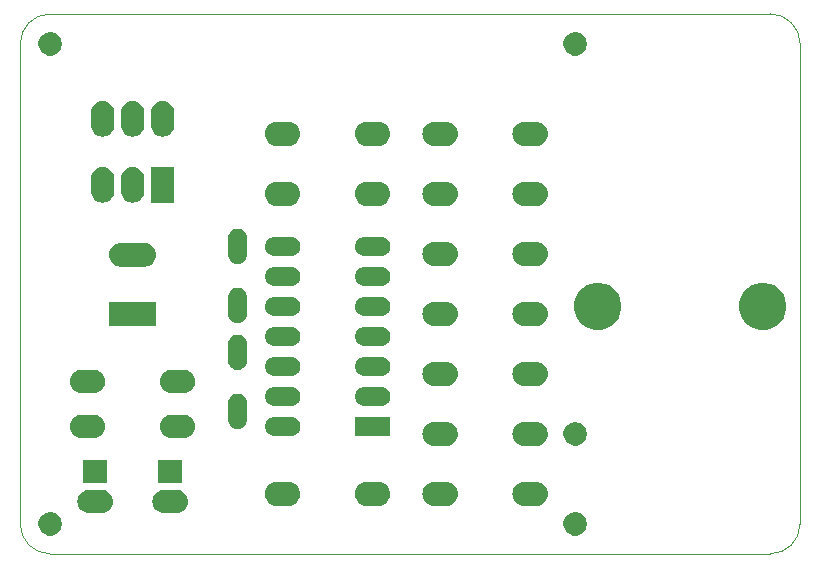
<source format=gbr>
G04 #@! TF.GenerationSoftware,KiCad,Pcbnew,(5.0.2)-1*
G04 #@! TF.CreationDate,2019-04-09T16:24:14-03:00*
G04 #@! TF.ProjectId,ponta-de-prova-logica-simplificada,706f6e74-612d-4646-952d-70726f76612d,03*
G04 #@! TF.SameCoordinates,Original*
G04 #@! TF.FileFunction,Soldermask,Bot*
G04 #@! TF.FilePolarity,Negative*
%FSLAX46Y46*%
G04 Gerber Fmt 4.6, Leading zero omitted, Abs format (unit mm)*
G04 Created by KiCad (PCBNEW (5.0.2)-1) date 09-04-2019 16:24:14*
%MOMM*%
%LPD*%
G01*
G04 APERTURE LIST*
%ADD10C,0.100000*%
G04 APERTURE END LIST*
D10*
X20320000Y-64135000D02*
G75*
G02X17780000Y-61595000I0J2540000D01*
G01*
X83820000Y-61595000D02*
G75*
G02X81280000Y-64135000I-2540000J0D01*
G01*
X81280000Y-18415000D02*
G75*
G02X83820000Y-20955000I0J-2540000D01*
G01*
X17780000Y-20955000D02*
G75*
G02X20320000Y-18415000I2540000J0D01*
G01*
X20320000Y-64135000D02*
X81280000Y-64135000D01*
X17780000Y-20955000D02*
X17780000Y-61595000D01*
X81280000Y-18415000D02*
X20320000Y-18415000D01*
X83820000Y-61595000D02*
X83820000Y-20955000D01*
G36*
X64945770Y-60610372D02*
X65061689Y-60633429D01*
X65243678Y-60708811D01*
X65407463Y-60818249D01*
X65546751Y-60957537D01*
X65656189Y-61121322D01*
X65731571Y-61303311D01*
X65770000Y-61496509D01*
X65770000Y-61693491D01*
X65731571Y-61886689D01*
X65656189Y-62068678D01*
X65546751Y-62232463D01*
X65407463Y-62371751D01*
X65243678Y-62481189D01*
X65061689Y-62556571D01*
X64945770Y-62579628D01*
X64868493Y-62595000D01*
X64671507Y-62595000D01*
X64594230Y-62579628D01*
X64478311Y-62556571D01*
X64296322Y-62481189D01*
X64132537Y-62371751D01*
X63993249Y-62232463D01*
X63883811Y-62068678D01*
X63808429Y-61886689D01*
X63770000Y-61693491D01*
X63770000Y-61496509D01*
X63808429Y-61303311D01*
X63883811Y-61121322D01*
X63993249Y-60957537D01*
X64132537Y-60818249D01*
X64296322Y-60708811D01*
X64478311Y-60633429D01*
X64594230Y-60610372D01*
X64671507Y-60595000D01*
X64868493Y-60595000D01*
X64945770Y-60610372D01*
X64945770Y-60610372D01*
G37*
G36*
X20495770Y-60610372D02*
X20611689Y-60633429D01*
X20793678Y-60708811D01*
X20957463Y-60818249D01*
X21096751Y-60957537D01*
X21206189Y-61121322D01*
X21281571Y-61303311D01*
X21320000Y-61496509D01*
X21320000Y-61693491D01*
X21281571Y-61886689D01*
X21206189Y-62068678D01*
X21096751Y-62232463D01*
X20957463Y-62371751D01*
X20793678Y-62481189D01*
X20611689Y-62556571D01*
X20495770Y-62579628D01*
X20418493Y-62595000D01*
X20221507Y-62595000D01*
X20144230Y-62579628D01*
X20028311Y-62556571D01*
X19846322Y-62481189D01*
X19682537Y-62371751D01*
X19543249Y-62232463D01*
X19433811Y-62068678D01*
X19358429Y-61886689D01*
X19320000Y-61693491D01*
X19320000Y-61496509D01*
X19358429Y-61303311D01*
X19433811Y-61121322D01*
X19543249Y-60957537D01*
X19682537Y-60818249D01*
X19846322Y-60708811D01*
X20028311Y-60633429D01*
X20144230Y-60610372D01*
X20221507Y-60595000D01*
X20418493Y-60595000D01*
X20495770Y-60610372D01*
X20495770Y-60610372D01*
G37*
G36*
X24826030Y-58704469D02*
X24826033Y-58704470D01*
X24826034Y-58704470D01*
X25014535Y-58761651D01*
X25014537Y-58761652D01*
X25188260Y-58854509D01*
X25340528Y-58979472D01*
X25465491Y-59131740D01*
X25465492Y-59131742D01*
X25558349Y-59305465D01*
X25599019Y-59439537D01*
X25615531Y-59493970D01*
X25634838Y-59690000D01*
X25615531Y-59886030D01*
X25615530Y-59886033D01*
X25615530Y-59886034D01*
X25564275Y-60055000D01*
X25558348Y-60074537D01*
X25465491Y-60248260D01*
X25340528Y-60400528D01*
X25188260Y-60525491D01*
X25188258Y-60525492D01*
X25014535Y-60618349D01*
X24826034Y-60675530D01*
X24826033Y-60675530D01*
X24826030Y-60675531D01*
X24679124Y-60690000D01*
X23580876Y-60690000D01*
X23433970Y-60675531D01*
X23433967Y-60675530D01*
X23433966Y-60675530D01*
X23245465Y-60618349D01*
X23071742Y-60525492D01*
X23071740Y-60525491D01*
X22919472Y-60400528D01*
X22794509Y-60248260D01*
X22701652Y-60074537D01*
X22695726Y-60055000D01*
X22644470Y-59886034D01*
X22644470Y-59886033D01*
X22644469Y-59886030D01*
X22625162Y-59690000D01*
X22644469Y-59493970D01*
X22660981Y-59439537D01*
X22701651Y-59305465D01*
X22794508Y-59131742D01*
X22794509Y-59131740D01*
X22919472Y-58979472D01*
X23071740Y-58854509D01*
X23245463Y-58761652D01*
X23245465Y-58761651D01*
X23433966Y-58704470D01*
X23433967Y-58704470D01*
X23433970Y-58704469D01*
X23580876Y-58690000D01*
X24679124Y-58690000D01*
X24826030Y-58704469D01*
X24826030Y-58704469D01*
G37*
G36*
X31176030Y-58704469D02*
X31176033Y-58704470D01*
X31176034Y-58704470D01*
X31364535Y-58761651D01*
X31364537Y-58761652D01*
X31538260Y-58854509D01*
X31690528Y-58979472D01*
X31815491Y-59131740D01*
X31815492Y-59131742D01*
X31908349Y-59305465D01*
X31949019Y-59439537D01*
X31965531Y-59493970D01*
X31984838Y-59690000D01*
X31965531Y-59886030D01*
X31965530Y-59886033D01*
X31965530Y-59886034D01*
X31914275Y-60055000D01*
X31908348Y-60074537D01*
X31815491Y-60248260D01*
X31690528Y-60400528D01*
X31538260Y-60525491D01*
X31538258Y-60525492D01*
X31364535Y-60618349D01*
X31176034Y-60675530D01*
X31176033Y-60675530D01*
X31176030Y-60675531D01*
X31029124Y-60690000D01*
X29930876Y-60690000D01*
X29783970Y-60675531D01*
X29783967Y-60675530D01*
X29783966Y-60675530D01*
X29595465Y-60618349D01*
X29421742Y-60525492D01*
X29421740Y-60525491D01*
X29269472Y-60400528D01*
X29144509Y-60248260D01*
X29051652Y-60074537D01*
X29045726Y-60055000D01*
X28994470Y-59886034D01*
X28994470Y-59886033D01*
X28994469Y-59886030D01*
X28975162Y-59690000D01*
X28994469Y-59493970D01*
X29010981Y-59439537D01*
X29051651Y-59305465D01*
X29144508Y-59131742D01*
X29144509Y-59131740D01*
X29269472Y-58979472D01*
X29421740Y-58854509D01*
X29595463Y-58761652D01*
X29595465Y-58761651D01*
X29783966Y-58704470D01*
X29783967Y-58704470D01*
X29783970Y-58704469D01*
X29930876Y-58690000D01*
X31029124Y-58690000D01*
X31176030Y-58704469D01*
X31176030Y-58704469D01*
G37*
G36*
X54036030Y-58069469D02*
X54036033Y-58069470D01*
X54036034Y-58069470D01*
X54224535Y-58126651D01*
X54224537Y-58126652D01*
X54398260Y-58219509D01*
X54550528Y-58344472D01*
X54675491Y-58496740D01*
X54675492Y-58496742D01*
X54768349Y-58670465D01*
X54824178Y-58854509D01*
X54825531Y-58858970D01*
X54844838Y-59055000D01*
X54825531Y-59251030D01*
X54825530Y-59251033D01*
X54825530Y-59251034D01*
X54809019Y-59305465D01*
X54768348Y-59439537D01*
X54675491Y-59613260D01*
X54550528Y-59765528D01*
X54398260Y-59890491D01*
X54398258Y-59890492D01*
X54224535Y-59983349D01*
X54036034Y-60040530D01*
X54036033Y-60040530D01*
X54036030Y-60040531D01*
X53889124Y-60055000D01*
X52790876Y-60055000D01*
X52643970Y-60040531D01*
X52643967Y-60040530D01*
X52643966Y-60040530D01*
X52455465Y-59983349D01*
X52281742Y-59890492D01*
X52281740Y-59890491D01*
X52129472Y-59765528D01*
X52004509Y-59613260D01*
X51911652Y-59439537D01*
X51870982Y-59305465D01*
X51854470Y-59251034D01*
X51854470Y-59251033D01*
X51854469Y-59251030D01*
X51835162Y-59055000D01*
X51854469Y-58858970D01*
X51855822Y-58854509D01*
X51911651Y-58670465D01*
X52004508Y-58496742D01*
X52004509Y-58496740D01*
X52129472Y-58344472D01*
X52281740Y-58219509D01*
X52455463Y-58126652D01*
X52455465Y-58126651D01*
X52643966Y-58069470D01*
X52643967Y-58069470D01*
X52643970Y-58069469D01*
X52790876Y-58055000D01*
X53889124Y-58055000D01*
X54036030Y-58069469D01*
X54036030Y-58069469D01*
G37*
G36*
X61656030Y-58069469D02*
X61656033Y-58069470D01*
X61656034Y-58069470D01*
X61844535Y-58126651D01*
X61844537Y-58126652D01*
X62018260Y-58219509D01*
X62170528Y-58344472D01*
X62295491Y-58496740D01*
X62295492Y-58496742D01*
X62388349Y-58670465D01*
X62444178Y-58854509D01*
X62445531Y-58858970D01*
X62464838Y-59055000D01*
X62445531Y-59251030D01*
X62445530Y-59251033D01*
X62445530Y-59251034D01*
X62429019Y-59305465D01*
X62388348Y-59439537D01*
X62295491Y-59613260D01*
X62170528Y-59765528D01*
X62018260Y-59890491D01*
X62018258Y-59890492D01*
X61844535Y-59983349D01*
X61656034Y-60040530D01*
X61656033Y-60040530D01*
X61656030Y-60040531D01*
X61509124Y-60055000D01*
X60410876Y-60055000D01*
X60263970Y-60040531D01*
X60263967Y-60040530D01*
X60263966Y-60040530D01*
X60075465Y-59983349D01*
X59901742Y-59890492D01*
X59901740Y-59890491D01*
X59749472Y-59765528D01*
X59624509Y-59613260D01*
X59531652Y-59439537D01*
X59490982Y-59305465D01*
X59474470Y-59251034D01*
X59474470Y-59251033D01*
X59474469Y-59251030D01*
X59455162Y-59055000D01*
X59474469Y-58858970D01*
X59475822Y-58854509D01*
X59531651Y-58670465D01*
X59624508Y-58496742D01*
X59624509Y-58496740D01*
X59749472Y-58344472D01*
X59901740Y-58219509D01*
X60075463Y-58126652D01*
X60075465Y-58126651D01*
X60263966Y-58069470D01*
X60263967Y-58069470D01*
X60263970Y-58069469D01*
X60410876Y-58055000D01*
X61509124Y-58055000D01*
X61656030Y-58069469D01*
X61656030Y-58069469D01*
G37*
G36*
X48321030Y-58069469D02*
X48321033Y-58069470D01*
X48321034Y-58069470D01*
X48509535Y-58126651D01*
X48509537Y-58126652D01*
X48683260Y-58219509D01*
X48835528Y-58344472D01*
X48960491Y-58496740D01*
X48960492Y-58496742D01*
X49053349Y-58670465D01*
X49109178Y-58854509D01*
X49110531Y-58858970D01*
X49129838Y-59055000D01*
X49110531Y-59251030D01*
X49110530Y-59251033D01*
X49110530Y-59251034D01*
X49094019Y-59305465D01*
X49053348Y-59439537D01*
X48960491Y-59613260D01*
X48835528Y-59765528D01*
X48683260Y-59890491D01*
X48683258Y-59890492D01*
X48509535Y-59983349D01*
X48321034Y-60040530D01*
X48321033Y-60040530D01*
X48321030Y-60040531D01*
X48174124Y-60055000D01*
X47075876Y-60055000D01*
X46928970Y-60040531D01*
X46928967Y-60040530D01*
X46928966Y-60040530D01*
X46740465Y-59983349D01*
X46566742Y-59890492D01*
X46566740Y-59890491D01*
X46414472Y-59765528D01*
X46289509Y-59613260D01*
X46196652Y-59439537D01*
X46155982Y-59305465D01*
X46139470Y-59251034D01*
X46139470Y-59251033D01*
X46139469Y-59251030D01*
X46120162Y-59055000D01*
X46139469Y-58858970D01*
X46140822Y-58854509D01*
X46196651Y-58670465D01*
X46289508Y-58496742D01*
X46289509Y-58496740D01*
X46414472Y-58344472D01*
X46566740Y-58219509D01*
X46740463Y-58126652D01*
X46740465Y-58126651D01*
X46928966Y-58069470D01*
X46928967Y-58069470D01*
X46928970Y-58069469D01*
X47075876Y-58055000D01*
X48174124Y-58055000D01*
X48321030Y-58069469D01*
X48321030Y-58069469D01*
G37*
G36*
X40701030Y-58069469D02*
X40701033Y-58069470D01*
X40701034Y-58069470D01*
X40889535Y-58126651D01*
X40889537Y-58126652D01*
X41063260Y-58219509D01*
X41215528Y-58344472D01*
X41340491Y-58496740D01*
X41340492Y-58496742D01*
X41433349Y-58670465D01*
X41489178Y-58854509D01*
X41490531Y-58858970D01*
X41509838Y-59055000D01*
X41490531Y-59251030D01*
X41490530Y-59251033D01*
X41490530Y-59251034D01*
X41474019Y-59305465D01*
X41433348Y-59439537D01*
X41340491Y-59613260D01*
X41215528Y-59765528D01*
X41063260Y-59890491D01*
X41063258Y-59890492D01*
X40889535Y-59983349D01*
X40701034Y-60040530D01*
X40701033Y-60040530D01*
X40701030Y-60040531D01*
X40554124Y-60055000D01*
X39455876Y-60055000D01*
X39308970Y-60040531D01*
X39308967Y-60040530D01*
X39308966Y-60040530D01*
X39120465Y-59983349D01*
X38946742Y-59890492D01*
X38946740Y-59890491D01*
X38794472Y-59765528D01*
X38669509Y-59613260D01*
X38576652Y-59439537D01*
X38535982Y-59305465D01*
X38519470Y-59251034D01*
X38519470Y-59251033D01*
X38519469Y-59251030D01*
X38500162Y-59055000D01*
X38519469Y-58858970D01*
X38520822Y-58854509D01*
X38576651Y-58670465D01*
X38669508Y-58496742D01*
X38669509Y-58496740D01*
X38794472Y-58344472D01*
X38946740Y-58219509D01*
X39120463Y-58126652D01*
X39120465Y-58126651D01*
X39308966Y-58069470D01*
X39308967Y-58069470D01*
X39308970Y-58069469D01*
X39455876Y-58055000D01*
X40554124Y-58055000D01*
X40701030Y-58069469D01*
X40701030Y-58069469D01*
G37*
G36*
X25130000Y-58150000D02*
X23130000Y-58150000D01*
X23130000Y-56150000D01*
X25130000Y-56150000D01*
X25130000Y-58150000D01*
X25130000Y-58150000D01*
G37*
G36*
X31480000Y-58150000D02*
X29480000Y-58150000D01*
X29480000Y-56150000D01*
X31480000Y-56150000D01*
X31480000Y-58150000D01*
X31480000Y-58150000D01*
G37*
G36*
X54036030Y-52989469D02*
X54036033Y-52989470D01*
X54036034Y-52989470D01*
X54224535Y-53046651D01*
X54224537Y-53046652D01*
X54398260Y-53139509D01*
X54550528Y-53264472D01*
X54675491Y-53416740D01*
X54739253Y-53536030D01*
X54768349Y-53590465D01*
X54809019Y-53724537D01*
X54825531Y-53778970D01*
X54844838Y-53975000D01*
X54825531Y-54171030D01*
X54825530Y-54171033D01*
X54825530Y-54171034D01*
X54774275Y-54340000D01*
X54768348Y-54359537D01*
X54675491Y-54533260D01*
X54550528Y-54685528D01*
X54398260Y-54810491D01*
X54398258Y-54810492D01*
X54224535Y-54903349D01*
X54036034Y-54960530D01*
X54036033Y-54960530D01*
X54036030Y-54960531D01*
X53889124Y-54975000D01*
X52790876Y-54975000D01*
X52643970Y-54960531D01*
X52643967Y-54960530D01*
X52643966Y-54960530D01*
X52455465Y-54903349D01*
X52281742Y-54810492D01*
X52281740Y-54810491D01*
X52129472Y-54685528D01*
X52004509Y-54533260D01*
X51911652Y-54359537D01*
X51905726Y-54340000D01*
X51854470Y-54171034D01*
X51854470Y-54171033D01*
X51854469Y-54171030D01*
X51835162Y-53975000D01*
X51854469Y-53778970D01*
X51870981Y-53724537D01*
X51911651Y-53590465D01*
X51940747Y-53536030D01*
X52004509Y-53416740D01*
X52129472Y-53264472D01*
X52281740Y-53139509D01*
X52455463Y-53046652D01*
X52455465Y-53046651D01*
X52643966Y-52989470D01*
X52643967Y-52989470D01*
X52643970Y-52989469D01*
X52790876Y-52975000D01*
X53889124Y-52975000D01*
X54036030Y-52989469D01*
X54036030Y-52989469D01*
G37*
G36*
X61656030Y-52989469D02*
X61656033Y-52989470D01*
X61656034Y-52989470D01*
X61844535Y-53046651D01*
X61844537Y-53046652D01*
X62018260Y-53139509D01*
X62170528Y-53264472D01*
X62295491Y-53416740D01*
X62359253Y-53536030D01*
X62388349Y-53590465D01*
X62429019Y-53724537D01*
X62445531Y-53778970D01*
X62464838Y-53975000D01*
X62445531Y-54171030D01*
X62445530Y-54171033D01*
X62445530Y-54171034D01*
X62394275Y-54340000D01*
X62388348Y-54359537D01*
X62295491Y-54533260D01*
X62170528Y-54685528D01*
X62018260Y-54810491D01*
X62018258Y-54810492D01*
X61844535Y-54903349D01*
X61656034Y-54960530D01*
X61656033Y-54960530D01*
X61656030Y-54960531D01*
X61509124Y-54975000D01*
X60410876Y-54975000D01*
X60263970Y-54960531D01*
X60263967Y-54960530D01*
X60263966Y-54960530D01*
X60075465Y-54903349D01*
X59901742Y-54810492D01*
X59901740Y-54810491D01*
X59749472Y-54685528D01*
X59624509Y-54533260D01*
X59531652Y-54359537D01*
X59525726Y-54340000D01*
X59474470Y-54171034D01*
X59474470Y-54171033D01*
X59474469Y-54171030D01*
X59455162Y-53975000D01*
X59474469Y-53778970D01*
X59490981Y-53724537D01*
X59531651Y-53590465D01*
X59560747Y-53536030D01*
X59624509Y-53416740D01*
X59749472Y-53264472D01*
X59901740Y-53139509D01*
X60075463Y-53046652D01*
X60075465Y-53046651D01*
X60263966Y-52989470D01*
X60263967Y-52989470D01*
X60263970Y-52989469D01*
X60410876Y-52975000D01*
X61509124Y-52975000D01*
X61656030Y-52989469D01*
X61656030Y-52989469D01*
G37*
G36*
X65061538Y-53013919D02*
X65243437Y-53089264D01*
X65407141Y-53198648D01*
X65546352Y-53337859D01*
X65655736Y-53501563D01*
X65731081Y-53683462D01*
X65769490Y-53876557D01*
X65769490Y-54073443D01*
X65731081Y-54266538D01*
X65655736Y-54448437D01*
X65546352Y-54612141D01*
X65407141Y-54751352D01*
X65243437Y-54860736D01*
X65061538Y-54936081D01*
X64868443Y-54974490D01*
X64671557Y-54974490D01*
X64478462Y-54936081D01*
X64296563Y-54860736D01*
X64132859Y-54751352D01*
X63993648Y-54612141D01*
X63884264Y-54448437D01*
X63808919Y-54266538D01*
X63770510Y-54073443D01*
X63770510Y-53876557D01*
X63808919Y-53683462D01*
X63884264Y-53501563D01*
X63993648Y-53337859D01*
X64132859Y-53198648D01*
X64296563Y-53089264D01*
X64478462Y-53013919D01*
X64671557Y-52975510D01*
X64868443Y-52975510D01*
X65061538Y-53013919D01*
X65061538Y-53013919D01*
G37*
G36*
X24191030Y-52354469D02*
X24191033Y-52354470D01*
X24191034Y-52354470D01*
X24379535Y-52411651D01*
X24379537Y-52411652D01*
X24553260Y-52504509D01*
X24705528Y-52629472D01*
X24830491Y-52781740D01*
X24830492Y-52781742D01*
X24923349Y-52955465D01*
X24979178Y-53139509D01*
X24980531Y-53143970D01*
X24999838Y-53340000D01*
X24980531Y-53536030D01*
X24980530Y-53536033D01*
X24980530Y-53536034D01*
X24964019Y-53590465D01*
X24923348Y-53724537D01*
X24830491Y-53898260D01*
X24705528Y-54050528D01*
X24553260Y-54175491D01*
X24379537Y-54268348D01*
X24379535Y-54268349D01*
X24191034Y-54325530D01*
X24191033Y-54325530D01*
X24191030Y-54325531D01*
X24044124Y-54340000D01*
X22945876Y-54340000D01*
X22798970Y-54325531D01*
X22798967Y-54325530D01*
X22798966Y-54325530D01*
X22610465Y-54268349D01*
X22610463Y-54268348D01*
X22436740Y-54175491D01*
X22284472Y-54050528D01*
X22159509Y-53898260D01*
X22066652Y-53724537D01*
X22025982Y-53590465D01*
X22009470Y-53536034D01*
X22009470Y-53536033D01*
X22009469Y-53536030D01*
X21990162Y-53340000D01*
X22009469Y-53143970D01*
X22010822Y-53139509D01*
X22066651Y-52955465D01*
X22159508Y-52781742D01*
X22159509Y-52781740D01*
X22284472Y-52629472D01*
X22436740Y-52504509D01*
X22610463Y-52411652D01*
X22610465Y-52411651D01*
X22798966Y-52354470D01*
X22798967Y-52354470D01*
X22798970Y-52354469D01*
X22945876Y-52340000D01*
X24044124Y-52340000D01*
X24191030Y-52354469D01*
X24191030Y-52354469D01*
G37*
G36*
X31811030Y-52354469D02*
X31811033Y-52354470D01*
X31811034Y-52354470D01*
X31999535Y-52411651D01*
X31999537Y-52411652D01*
X32173260Y-52504509D01*
X32325528Y-52629472D01*
X32450491Y-52781740D01*
X32450492Y-52781742D01*
X32543349Y-52955465D01*
X32599178Y-53139509D01*
X32600531Y-53143970D01*
X32619838Y-53340000D01*
X32600531Y-53536030D01*
X32600530Y-53536033D01*
X32600530Y-53536034D01*
X32584019Y-53590465D01*
X32543348Y-53724537D01*
X32450491Y-53898260D01*
X32325528Y-54050528D01*
X32173260Y-54175491D01*
X31999537Y-54268348D01*
X31999535Y-54268349D01*
X31811034Y-54325530D01*
X31811033Y-54325530D01*
X31811030Y-54325531D01*
X31664124Y-54340000D01*
X30565876Y-54340000D01*
X30418970Y-54325531D01*
X30418967Y-54325530D01*
X30418966Y-54325530D01*
X30230465Y-54268349D01*
X30230463Y-54268348D01*
X30056740Y-54175491D01*
X29904472Y-54050528D01*
X29779509Y-53898260D01*
X29686652Y-53724537D01*
X29645982Y-53590465D01*
X29629470Y-53536034D01*
X29629470Y-53536033D01*
X29629469Y-53536030D01*
X29610162Y-53340000D01*
X29629469Y-53143970D01*
X29630822Y-53139509D01*
X29686651Y-52955465D01*
X29779508Y-52781742D01*
X29779509Y-52781740D01*
X29904472Y-52629472D01*
X30056740Y-52504509D01*
X30230463Y-52411652D01*
X30230465Y-52411651D01*
X30418966Y-52354470D01*
X30418967Y-52354470D01*
X30418970Y-52354469D01*
X30565876Y-52340000D01*
X31664124Y-52340000D01*
X31811030Y-52354469D01*
X31811030Y-52354469D01*
G37*
G36*
X40822649Y-52547717D02*
X40861827Y-52551576D01*
X40937228Y-52574449D01*
X41012629Y-52597321D01*
X41151608Y-52671608D01*
X41273422Y-52771578D01*
X41373392Y-52893392D01*
X41447679Y-53032371D01*
X41493424Y-53183174D01*
X41508870Y-53340000D01*
X41493424Y-53496826D01*
X41447679Y-53647629D01*
X41373392Y-53786608D01*
X41273422Y-53908422D01*
X41151608Y-54008392D01*
X41012629Y-54082679D01*
X40937228Y-54105551D01*
X40861827Y-54128424D01*
X40822649Y-54132283D01*
X40744295Y-54140000D01*
X39265705Y-54140000D01*
X39187351Y-54132283D01*
X39148173Y-54128424D01*
X39072772Y-54105551D01*
X38997371Y-54082679D01*
X38858392Y-54008392D01*
X38736578Y-53908422D01*
X38636608Y-53786608D01*
X38562321Y-53647629D01*
X38516576Y-53496826D01*
X38501130Y-53340000D01*
X38516576Y-53183174D01*
X38562321Y-53032371D01*
X38636608Y-52893392D01*
X38736578Y-52771578D01*
X38858392Y-52671608D01*
X38997371Y-52597321D01*
X39072772Y-52574449D01*
X39148173Y-52551576D01*
X39187351Y-52547717D01*
X39265705Y-52540000D01*
X40744295Y-52540000D01*
X40822649Y-52547717D01*
X40822649Y-52547717D01*
G37*
G36*
X49125000Y-54140000D02*
X46125000Y-54140000D01*
X46125000Y-52540000D01*
X49125000Y-52540000D01*
X49125000Y-54140000D01*
X49125000Y-54140000D01*
G37*
G36*
X36351826Y-50581576D02*
X36427227Y-50604449D01*
X36502628Y-50627321D01*
X36641604Y-50701606D01*
X36641606Y-50701607D01*
X36641605Y-50701607D01*
X36763422Y-50801578D01*
X36763423Y-50801580D01*
X36763425Y-50801581D01*
X36863392Y-50923392D01*
X36937679Y-51062371D01*
X36983424Y-51213174D01*
X36995000Y-51330705D01*
X36995000Y-52809295D01*
X36983424Y-52926826D01*
X36937679Y-53077629D01*
X36863392Y-53216608D01*
X36763422Y-53338422D01*
X36641608Y-53438392D01*
X36502629Y-53512679D01*
X36427227Y-53535552D01*
X36351827Y-53558424D01*
X36195000Y-53573870D01*
X36038174Y-53558424D01*
X35962774Y-53535552D01*
X35887372Y-53512679D01*
X35748393Y-53438392D01*
X35626579Y-53338422D01*
X35526609Y-53216608D01*
X35452322Y-53077629D01*
X35406577Y-52926826D01*
X35395001Y-52809295D01*
X35395000Y-51330706D01*
X35406576Y-51213175D01*
X35406577Y-51213173D01*
X35452321Y-51062373D01*
X35452321Y-51062372D01*
X35526606Y-50923396D01*
X35626576Y-50801581D01*
X35626578Y-50801578D01*
X35626580Y-50801577D01*
X35626581Y-50801575D01*
X35748392Y-50701608D01*
X35887371Y-50627321D01*
X35962772Y-50604449D01*
X36038173Y-50581576D01*
X36195000Y-50566130D01*
X36351826Y-50581576D01*
X36351826Y-50581576D01*
G37*
G36*
X40822649Y-50007717D02*
X40861827Y-50011576D01*
X40937228Y-50034449D01*
X41012629Y-50057321D01*
X41151608Y-50131608D01*
X41273422Y-50231578D01*
X41373392Y-50353392D01*
X41447679Y-50492371D01*
X41493424Y-50643174D01*
X41508870Y-50800000D01*
X41493424Y-50956826D01*
X41447679Y-51107629D01*
X41373392Y-51246608D01*
X41273422Y-51368422D01*
X41151608Y-51468392D01*
X41012629Y-51542679D01*
X40937227Y-51565552D01*
X40861827Y-51588424D01*
X40822649Y-51592283D01*
X40744295Y-51600000D01*
X39265705Y-51600000D01*
X39187351Y-51592283D01*
X39148173Y-51588424D01*
X39072773Y-51565552D01*
X38997371Y-51542679D01*
X38858392Y-51468392D01*
X38736578Y-51368422D01*
X38636608Y-51246608D01*
X38562321Y-51107629D01*
X38516576Y-50956826D01*
X38501130Y-50800000D01*
X38516576Y-50643174D01*
X38562321Y-50492371D01*
X38636608Y-50353392D01*
X38736578Y-50231578D01*
X38858392Y-50131608D01*
X38997371Y-50057321D01*
X39072772Y-50034449D01*
X39148173Y-50011576D01*
X39187351Y-50007717D01*
X39265705Y-50000000D01*
X40744295Y-50000000D01*
X40822649Y-50007717D01*
X40822649Y-50007717D01*
G37*
G36*
X48442649Y-50007717D02*
X48481827Y-50011576D01*
X48557228Y-50034449D01*
X48632629Y-50057321D01*
X48771608Y-50131608D01*
X48893422Y-50231578D01*
X48993392Y-50353392D01*
X49067679Y-50492371D01*
X49113424Y-50643174D01*
X49128870Y-50800000D01*
X49113424Y-50956826D01*
X49067679Y-51107629D01*
X48993392Y-51246608D01*
X48893422Y-51368422D01*
X48771608Y-51468392D01*
X48632629Y-51542679D01*
X48557227Y-51565552D01*
X48481827Y-51588424D01*
X48442649Y-51592283D01*
X48364295Y-51600000D01*
X46885705Y-51600000D01*
X46807351Y-51592283D01*
X46768173Y-51588424D01*
X46692773Y-51565552D01*
X46617371Y-51542679D01*
X46478392Y-51468392D01*
X46356578Y-51368422D01*
X46256608Y-51246608D01*
X46182321Y-51107629D01*
X46136576Y-50956826D01*
X46121130Y-50800000D01*
X46136576Y-50643174D01*
X46182321Y-50492371D01*
X46256608Y-50353392D01*
X46356578Y-50231578D01*
X46478392Y-50131608D01*
X46617371Y-50057321D01*
X46692772Y-50034449D01*
X46768173Y-50011576D01*
X46807351Y-50007717D01*
X46885705Y-50000000D01*
X48364295Y-50000000D01*
X48442649Y-50007717D01*
X48442649Y-50007717D01*
G37*
G36*
X31811030Y-48544469D02*
X31811033Y-48544470D01*
X31811034Y-48544470D01*
X31999535Y-48601651D01*
X31999537Y-48601652D01*
X32173260Y-48694509D01*
X32325528Y-48819472D01*
X32450491Y-48971740D01*
X32497667Y-49060000D01*
X32543349Y-49145465D01*
X32584019Y-49279537D01*
X32600531Y-49333970D01*
X32619838Y-49530000D01*
X32600531Y-49726030D01*
X32600530Y-49726033D01*
X32600530Y-49726034D01*
X32549275Y-49895000D01*
X32543348Y-49914537D01*
X32450491Y-50088260D01*
X32325528Y-50240528D01*
X32173260Y-50365491D01*
X32173258Y-50365492D01*
X31999535Y-50458349D01*
X31811034Y-50515530D01*
X31811033Y-50515530D01*
X31811030Y-50515531D01*
X31664124Y-50530000D01*
X30565876Y-50530000D01*
X30418970Y-50515531D01*
X30418967Y-50515530D01*
X30418966Y-50515530D01*
X30230465Y-50458349D01*
X30056742Y-50365492D01*
X30056740Y-50365491D01*
X29904472Y-50240528D01*
X29779509Y-50088260D01*
X29686652Y-49914537D01*
X29680726Y-49895000D01*
X29629470Y-49726034D01*
X29629470Y-49726033D01*
X29629469Y-49726030D01*
X29610162Y-49530000D01*
X29629469Y-49333970D01*
X29645981Y-49279537D01*
X29686651Y-49145465D01*
X29732333Y-49060000D01*
X29779509Y-48971740D01*
X29904472Y-48819472D01*
X30056740Y-48694509D01*
X30230463Y-48601652D01*
X30230465Y-48601651D01*
X30418966Y-48544470D01*
X30418967Y-48544470D01*
X30418970Y-48544469D01*
X30565876Y-48530000D01*
X31664124Y-48530000D01*
X31811030Y-48544469D01*
X31811030Y-48544469D01*
G37*
G36*
X24191030Y-48544469D02*
X24191033Y-48544470D01*
X24191034Y-48544470D01*
X24379535Y-48601651D01*
X24379537Y-48601652D01*
X24553260Y-48694509D01*
X24705528Y-48819472D01*
X24830491Y-48971740D01*
X24877667Y-49060000D01*
X24923349Y-49145465D01*
X24964019Y-49279537D01*
X24980531Y-49333970D01*
X24999838Y-49530000D01*
X24980531Y-49726030D01*
X24980530Y-49726033D01*
X24980530Y-49726034D01*
X24929275Y-49895000D01*
X24923348Y-49914537D01*
X24830491Y-50088260D01*
X24705528Y-50240528D01*
X24553260Y-50365491D01*
X24553258Y-50365492D01*
X24379535Y-50458349D01*
X24191034Y-50515530D01*
X24191033Y-50515530D01*
X24191030Y-50515531D01*
X24044124Y-50530000D01*
X22945876Y-50530000D01*
X22798970Y-50515531D01*
X22798967Y-50515530D01*
X22798966Y-50515530D01*
X22610465Y-50458349D01*
X22436742Y-50365492D01*
X22436740Y-50365491D01*
X22284472Y-50240528D01*
X22159509Y-50088260D01*
X22066652Y-49914537D01*
X22060726Y-49895000D01*
X22009470Y-49726034D01*
X22009470Y-49726033D01*
X22009469Y-49726030D01*
X21990162Y-49530000D01*
X22009469Y-49333970D01*
X22025981Y-49279537D01*
X22066651Y-49145465D01*
X22112333Y-49060000D01*
X22159509Y-48971740D01*
X22284472Y-48819472D01*
X22436740Y-48694509D01*
X22610463Y-48601652D01*
X22610465Y-48601651D01*
X22798966Y-48544470D01*
X22798967Y-48544470D01*
X22798970Y-48544469D01*
X22945876Y-48530000D01*
X24044124Y-48530000D01*
X24191030Y-48544469D01*
X24191030Y-48544469D01*
G37*
G36*
X61656030Y-47909469D02*
X61656033Y-47909470D01*
X61656034Y-47909470D01*
X61844535Y-47966651D01*
X61844537Y-47966652D01*
X62018260Y-48059509D01*
X62170528Y-48184472D01*
X62295491Y-48336740D01*
X62295492Y-48336742D01*
X62388349Y-48510465D01*
X62444178Y-48694509D01*
X62445531Y-48698970D01*
X62464838Y-48895000D01*
X62445531Y-49091030D01*
X62445530Y-49091033D01*
X62445530Y-49091034D01*
X62429019Y-49145465D01*
X62388348Y-49279537D01*
X62295491Y-49453260D01*
X62170528Y-49605528D01*
X62018260Y-49730491D01*
X62018258Y-49730492D01*
X61844535Y-49823349D01*
X61656034Y-49880530D01*
X61656033Y-49880530D01*
X61656030Y-49880531D01*
X61509124Y-49895000D01*
X60410876Y-49895000D01*
X60263970Y-49880531D01*
X60263967Y-49880530D01*
X60263966Y-49880530D01*
X60075465Y-49823349D01*
X59901742Y-49730492D01*
X59901740Y-49730491D01*
X59749472Y-49605528D01*
X59624509Y-49453260D01*
X59531652Y-49279537D01*
X59490982Y-49145465D01*
X59474470Y-49091034D01*
X59474470Y-49091033D01*
X59474469Y-49091030D01*
X59455162Y-48895000D01*
X59474469Y-48698970D01*
X59475822Y-48694509D01*
X59531651Y-48510465D01*
X59624508Y-48336742D01*
X59624509Y-48336740D01*
X59749472Y-48184472D01*
X59901740Y-48059509D01*
X60075463Y-47966652D01*
X60075465Y-47966651D01*
X60263966Y-47909470D01*
X60263967Y-47909470D01*
X60263970Y-47909469D01*
X60410876Y-47895000D01*
X61509124Y-47895000D01*
X61656030Y-47909469D01*
X61656030Y-47909469D01*
G37*
G36*
X54036030Y-47909469D02*
X54036033Y-47909470D01*
X54036034Y-47909470D01*
X54224535Y-47966651D01*
X54224537Y-47966652D01*
X54398260Y-48059509D01*
X54550528Y-48184472D01*
X54675491Y-48336740D01*
X54675492Y-48336742D01*
X54768349Y-48510465D01*
X54824178Y-48694509D01*
X54825531Y-48698970D01*
X54844838Y-48895000D01*
X54825531Y-49091030D01*
X54825530Y-49091033D01*
X54825530Y-49091034D01*
X54809019Y-49145465D01*
X54768348Y-49279537D01*
X54675491Y-49453260D01*
X54550528Y-49605528D01*
X54398260Y-49730491D01*
X54398258Y-49730492D01*
X54224535Y-49823349D01*
X54036034Y-49880530D01*
X54036033Y-49880530D01*
X54036030Y-49880531D01*
X53889124Y-49895000D01*
X52790876Y-49895000D01*
X52643970Y-49880531D01*
X52643967Y-49880530D01*
X52643966Y-49880530D01*
X52455465Y-49823349D01*
X52281742Y-49730492D01*
X52281740Y-49730491D01*
X52129472Y-49605528D01*
X52004509Y-49453260D01*
X51911652Y-49279537D01*
X51870982Y-49145465D01*
X51854470Y-49091034D01*
X51854470Y-49091033D01*
X51854469Y-49091030D01*
X51835162Y-48895000D01*
X51854469Y-48698970D01*
X51855822Y-48694509D01*
X51911651Y-48510465D01*
X52004508Y-48336742D01*
X52004509Y-48336740D01*
X52129472Y-48184472D01*
X52281740Y-48059509D01*
X52455463Y-47966652D01*
X52455465Y-47966651D01*
X52643966Y-47909470D01*
X52643967Y-47909470D01*
X52643970Y-47909469D01*
X52790876Y-47895000D01*
X53889124Y-47895000D01*
X54036030Y-47909469D01*
X54036030Y-47909469D01*
G37*
G36*
X40822649Y-47467717D02*
X40861827Y-47471576D01*
X40937227Y-47494448D01*
X41012629Y-47517321D01*
X41151608Y-47591608D01*
X41273422Y-47691578D01*
X41373392Y-47813392D01*
X41447679Y-47952371D01*
X41493424Y-48103174D01*
X41508870Y-48260000D01*
X41493424Y-48416826D01*
X41447679Y-48567629D01*
X41373392Y-48706608D01*
X41273422Y-48828422D01*
X41151608Y-48928392D01*
X41012629Y-49002679D01*
X40937227Y-49025552D01*
X40861827Y-49048424D01*
X40822649Y-49052283D01*
X40744295Y-49060000D01*
X39265705Y-49060000D01*
X39187351Y-49052283D01*
X39148173Y-49048424D01*
X39072773Y-49025552D01*
X38997371Y-49002679D01*
X38858392Y-48928392D01*
X38736578Y-48828422D01*
X38636608Y-48706608D01*
X38562321Y-48567629D01*
X38516576Y-48416826D01*
X38501130Y-48260000D01*
X38516576Y-48103174D01*
X38562321Y-47952371D01*
X38636608Y-47813392D01*
X38736578Y-47691578D01*
X38858392Y-47591608D01*
X38997371Y-47517321D01*
X39072773Y-47494448D01*
X39148173Y-47471576D01*
X39187351Y-47467717D01*
X39265705Y-47460000D01*
X40744295Y-47460000D01*
X40822649Y-47467717D01*
X40822649Y-47467717D01*
G37*
G36*
X48442649Y-47467717D02*
X48481827Y-47471576D01*
X48557227Y-47494448D01*
X48632629Y-47517321D01*
X48771608Y-47591608D01*
X48893422Y-47691578D01*
X48993392Y-47813392D01*
X49067679Y-47952371D01*
X49113424Y-48103174D01*
X49128870Y-48260000D01*
X49113424Y-48416826D01*
X49067679Y-48567629D01*
X48993392Y-48706608D01*
X48893422Y-48828422D01*
X48771608Y-48928392D01*
X48632629Y-49002679D01*
X48557227Y-49025552D01*
X48481827Y-49048424D01*
X48442649Y-49052283D01*
X48364295Y-49060000D01*
X46885705Y-49060000D01*
X46807351Y-49052283D01*
X46768173Y-49048424D01*
X46692773Y-49025552D01*
X46617371Y-49002679D01*
X46478392Y-48928392D01*
X46356578Y-48828422D01*
X46256608Y-48706608D01*
X46182321Y-48567629D01*
X46136576Y-48416826D01*
X46121130Y-48260000D01*
X46136576Y-48103174D01*
X46182321Y-47952371D01*
X46256608Y-47813392D01*
X46356578Y-47691578D01*
X46478392Y-47591608D01*
X46617371Y-47517321D01*
X46692773Y-47494448D01*
X46768173Y-47471576D01*
X46807351Y-47467717D01*
X46885705Y-47460000D01*
X48364295Y-47460000D01*
X48442649Y-47467717D01*
X48442649Y-47467717D01*
G37*
G36*
X36351826Y-45581576D02*
X36427226Y-45604448D01*
X36502628Y-45627321D01*
X36641604Y-45701606D01*
X36641606Y-45701607D01*
X36641605Y-45701607D01*
X36763422Y-45801578D01*
X36763423Y-45801580D01*
X36763425Y-45801581D01*
X36863392Y-45923392D01*
X36937679Y-46062371D01*
X36960551Y-46137772D01*
X36983424Y-46213173D01*
X36995000Y-46330707D01*
X36995000Y-47809293D01*
X36983424Y-47926827D01*
X36971343Y-47966652D01*
X36937679Y-48077629D01*
X36863392Y-48216608D01*
X36763422Y-48338422D01*
X36641608Y-48438392D01*
X36502629Y-48512679D01*
X36427228Y-48535551D01*
X36351827Y-48558424D01*
X36195000Y-48573870D01*
X36038174Y-48558424D01*
X35962773Y-48535551D01*
X35887372Y-48512679D01*
X35748393Y-48438392D01*
X35626579Y-48338422D01*
X35526609Y-48216608D01*
X35452322Y-48077629D01*
X35418658Y-47966652D01*
X35406577Y-47926827D01*
X35395001Y-47809293D01*
X35395000Y-46330708D01*
X35406576Y-46213174D01*
X35452321Y-46062373D01*
X35452321Y-46062372D01*
X35526606Y-45923396D01*
X35626576Y-45801581D01*
X35626578Y-45801578D01*
X35626580Y-45801577D01*
X35626581Y-45801575D01*
X35748392Y-45701608D01*
X35887371Y-45627321D01*
X35962773Y-45604448D01*
X36038173Y-45581576D01*
X36195000Y-45566130D01*
X36351826Y-45581576D01*
X36351826Y-45581576D01*
G37*
G36*
X40822649Y-44927717D02*
X40861827Y-44931576D01*
X40930399Y-44952377D01*
X41012629Y-44977321D01*
X41151608Y-45051608D01*
X41273422Y-45151578D01*
X41373392Y-45273392D01*
X41447679Y-45412371D01*
X41447679Y-45412372D01*
X41493424Y-45563173D01*
X41499742Y-45627321D01*
X41508870Y-45720000D01*
X41493424Y-45876826D01*
X41447679Y-46027629D01*
X41373392Y-46166608D01*
X41273422Y-46288422D01*
X41151608Y-46388392D01*
X41012629Y-46462679D01*
X40937228Y-46485551D01*
X40861827Y-46508424D01*
X40822649Y-46512283D01*
X40744295Y-46520000D01*
X39265705Y-46520000D01*
X39187351Y-46512283D01*
X39148173Y-46508424D01*
X39072772Y-46485551D01*
X38997371Y-46462679D01*
X38858392Y-46388392D01*
X38736578Y-46288422D01*
X38636608Y-46166608D01*
X38562321Y-46027629D01*
X38516576Y-45876826D01*
X38501130Y-45720000D01*
X38510258Y-45627321D01*
X38516576Y-45563173D01*
X38562321Y-45412372D01*
X38562321Y-45412371D01*
X38636608Y-45273392D01*
X38736578Y-45151578D01*
X38858392Y-45051608D01*
X38997371Y-44977321D01*
X39079601Y-44952377D01*
X39148173Y-44931576D01*
X39187351Y-44927717D01*
X39265705Y-44920000D01*
X40744295Y-44920000D01*
X40822649Y-44927717D01*
X40822649Y-44927717D01*
G37*
G36*
X48442649Y-44927717D02*
X48481827Y-44931576D01*
X48550399Y-44952377D01*
X48632629Y-44977321D01*
X48771608Y-45051608D01*
X48893422Y-45151578D01*
X48993392Y-45273392D01*
X49067679Y-45412371D01*
X49067679Y-45412372D01*
X49113424Y-45563173D01*
X49119742Y-45627321D01*
X49128870Y-45720000D01*
X49113424Y-45876826D01*
X49067679Y-46027629D01*
X48993392Y-46166608D01*
X48893422Y-46288422D01*
X48771608Y-46388392D01*
X48632629Y-46462679D01*
X48557228Y-46485551D01*
X48481827Y-46508424D01*
X48442649Y-46512283D01*
X48364295Y-46520000D01*
X46885705Y-46520000D01*
X46807351Y-46512283D01*
X46768173Y-46508424D01*
X46692772Y-46485551D01*
X46617371Y-46462679D01*
X46478392Y-46388392D01*
X46356578Y-46288422D01*
X46256608Y-46166608D01*
X46182321Y-46027629D01*
X46136576Y-45876826D01*
X46121130Y-45720000D01*
X46130258Y-45627321D01*
X46136576Y-45563173D01*
X46182321Y-45412372D01*
X46182321Y-45412371D01*
X46256608Y-45273392D01*
X46356578Y-45151578D01*
X46478392Y-45051608D01*
X46617371Y-44977321D01*
X46699601Y-44952377D01*
X46768173Y-44931576D01*
X46807351Y-44927717D01*
X46885705Y-44920000D01*
X48364295Y-44920000D01*
X48442649Y-44927717D01*
X48442649Y-44927717D01*
G37*
G36*
X67258378Y-41256859D02*
X67622354Y-41407622D01*
X67949929Y-41626501D01*
X68228499Y-41905071D01*
X68447378Y-42232646D01*
X68598141Y-42596622D01*
X68675000Y-42983016D01*
X68675000Y-43376984D01*
X68598141Y-43763378D01*
X68447378Y-44127354D01*
X68228499Y-44454929D01*
X67949929Y-44733499D01*
X67622354Y-44952378D01*
X67258378Y-45103141D01*
X66871984Y-45180000D01*
X66478016Y-45180000D01*
X66091622Y-45103141D01*
X65727646Y-44952378D01*
X65400071Y-44733499D01*
X65121501Y-44454929D01*
X64902622Y-44127354D01*
X64751859Y-43763378D01*
X64675000Y-43376984D01*
X64675000Y-42983016D01*
X64751859Y-42596622D01*
X64902622Y-42232646D01*
X65121501Y-41905071D01*
X65400071Y-41626501D01*
X65727646Y-41407622D01*
X66091622Y-41256859D01*
X66478016Y-41180000D01*
X66871984Y-41180000D01*
X67258378Y-41256859D01*
X67258378Y-41256859D01*
G37*
G36*
X81228378Y-41256859D02*
X81592354Y-41407622D01*
X81919929Y-41626501D01*
X82198499Y-41905071D01*
X82417378Y-42232646D01*
X82568141Y-42596622D01*
X82645000Y-42983016D01*
X82645000Y-43376984D01*
X82568141Y-43763378D01*
X82417378Y-44127354D01*
X82198499Y-44454929D01*
X81919929Y-44733499D01*
X81592354Y-44952378D01*
X81228378Y-45103141D01*
X80841984Y-45180000D01*
X80448016Y-45180000D01*
X80061622Y-45103141D01*
X79697646Y-44952378D01*
X79370071Y-44733499D01*
X79091501Y-44454929D01*
X78872622Y-44127354D01*
X78721859Y-43763378D01*
X78645000Y-43376984D01*
X78645000Y-42983016D01*
X78721859Y-42596622D01*
X78872622Y-42232646D01*
X79091501Y-41905071D01*
X79370071Y-41626501D01*
X79697646Y-41407622D01*
X80061622Y-41256859D01*
X80448016Y-41180000D01*
X80841984Y-41180000D01*
X81228378Y-41256859D01*
X81228378Y-41256859D01*
G37*
G36*
X61656030Y-42829469D02*
X61656033Y-42829470D01*
X61656034Y-42829470D01*
X61844535Y-42886651D01*
X61844537Y-42886652D01*
X62018260Y-42979509D01*
X62170528Y-43104472D01*
X62295491Y-43256740D01*
X62388348Y-43430463D01*
X62445531Y-43618970D01*
X62464838Y-43815000D01*
X62445531Y-44011030D01*
X62445530Y-44011033D01*
X62445530Y-44011034D01*
X62410245Y-44127355D01*
X62388348Y-44199537D01*
X62295491Y-44373260D01*
X62170528Y-44525528D01*
X62018260Y-44650491D01*
X62018258Y-44650492D01*
X61844535Y-44743349D01*
X61656034Y-44800530D01*
X61656033Y-44800530D01*
X61656030Y-44800531D01*
X61509124Y-44815000D01*
X60410876Y-44815000D01*
X60263970Y-44800531D01*
X60263967Y-44800530D01*
X60263966Y-44800530D01*
X60075465Y-44743349D01*
X59901742Y-44650492D01*
X59901740Y-44650491D01*
X59749472Y-44525528D01*
X59624509Y-44373260D01*
X59531652Y-44199537D01*
X59509756Y-44127355D01*
X59474470Y-44011034D01*
X59474470Y-44011033D01*
X59474469Y-44011030D01*
X59455162Y-43815000D01*
X59474469Y-43618970D01*
X59531652Y-43430463D01*
X59624509Y-43256740D01*
X59749472Y-43104472D01*
X59901740Y-42979509D01*
X60075463Y-42886652D01*
X60075465Y-42886651D01*
X60263966Y-42829470D01*
X60263967Y-42829470D01*
X60263970Y-42829469D01*
X60410876Y-42815000D01*
X61509124Y-42815000D01*
X61656030Y-42829469D01*
X61656030Y-42829469D01*
G37*
G36*
X54036030Y-42829469D02*
X54036033Y-42829470D01*
X54036034Y-42829470D01*
X54224535Y-42886651D01*
X54224537Y-42886652D01*
X54398260Y-42979509D01*
X54550528Y-43104472D01*
X54675491Y-43256740D01*
X54768348Y-43430463D01*
X54825531Y-43618970D01*
X54844838Y-43815000D01*
X54825531Y-44011030D01*
X54825530Y-44011033D01*
X54825530Y-44011034D01*
X54790245Y-44127355D01*
X54768348Y-44199537D01*
X54675491Y-44373260D01*
X54550528Y-44525528D01*
X54398260Y-44650491D01*
X54398258Y-44650492D01*
X54224535Y-44743349D01*
X54036034Y-44800530D01*
X54036033Y-44800530D01*
X54036030Y-44800531D01*
X53889124Y-44815000D01*
X52790876Y-44815000D01*
X52643970Y-44800531D01*
X52643967Y-44800530D01*
X52643966Y-44800530D01*
X52455465Y-44743349D01*
X52281742Y-44650492D01*
X52281740Y-44650491D01*
X52129472Y-44525528D01*
X52004509Y-44373260D01*
X51911652Y-44199537D01*
X51889756Y-44127355D01*
X51854470Y-44011034D01*
X51854470Y-44011033D01*
X51854469Y-44011030D01*
X51835162Y-43815000D01*
X51854469Y-43618970D01*
X51911652Y-43430463D01*
X52004509Y-43256740D01*
X52129472Y-43104472D01*
X52281740Y-42979509D01*
X52455463Y-42886652D01*
X52455465Y-42886651D01*
X52643966Y-42829470D01*
X52643967Y-42829470D01*
X52643970Y-42829469D01*
X52790876Y-42815000D01*
X53889124Y-42815000D01*
X54036030Y-42829469D01*
X54036030Y-42829469D01*
G37*
G36*
X29285000Y-44805000D02*
X25325000Y-44805000D01*
X25325000Y-42825000D01*
X29285000Y-42825000D01*
X29285000Y-44805000D01*
X29285000Y-44805000D01*
G37*
G36*
X36351827Y-41611576D02*
X36401028Y-41626501D01*
X36502629Y-41657321D01*
X36641608Y-41731608D01*
X36763422Y-41831578D01*
X36863392Y-41953392D01*
X36937679Y-42092371D01*
X36937679Y-42092372D01*
X36983424Y-42243173D01*
X36995000Y-42360707D01*
X36995000Y-43839293D01*
X36983424Y-43956827D01*
X36966982Y-44011030D01*
X36937679Y-44107629D01*
X36863392Y-44246608D01*
X36763425Y-44368419D01*
X36763423Y-44368420D01*
X36763422Y-44368422D01*
X36672059Y-44443400D01*
X36641604Y-44468394D01*
X36502628Y-44542679D01*
X36427226Y-44565552D01*
X36351826Y-44588424D01*
X36195000Y-44603870D01*
X36038173Y-44588424D01*
X35962773Y-44565552D01*
X35887371Y-44542679D01*
X35748392Y-44468392D01*
X35626581Y-44368425D01*
X35626580Y-44368423D01*
X35626578Y-44368422D01*
X35526607Y-44246605D01*
X35501447Y-44199535D01*
X35452321Y-44107628D01*
X35410094Y-43968424D01*
X35406576Y-43956826D01*
X35395000Y-43839292D01*
X35395001Y-42360707D01*
X35406577Y-42243173D01*
X35452322Y-42092372D01*
X35452322Y-42092371D01*
X35526609Y-41953392D01*
X35626579Y-41831578D01*
X35748393Y-41731608D01*
X35887372Y-41657321D01*
X35988973Y-41626501D01*
X36038174Y-41611576D01*
X36195000Y-41596130D01*
X36351827Y-41611576D01*
X36351827Y-41611576D01*
G37*
G36*
X48442649Y-42387717D02*
X48481827Y-42391576D01*
X48557227Y-42414448D01*
X48632629Y-42437321D01*
X48771608Y-42511608D01*
X48893422Y-42611578D01*
X48993392Y-42733392D01*
X49067679Y-42872371D01*
X49072011Y-42886652D01*
X49113424Y-43023173D01*
X49128870Y-43180000D01*
X49113424Y-43336827D01*
X49090551Y-43412228D01*
X49067679Y-43487629D01*
X48993392Y-43626608D01*
X48893422Y-43748422D01*
X48771608Y-43848392D01*
X48632629Y-43922679D01*
X48557227Y-43945552D01*
X48481827Y-43968424D01*
X48442649Y-43972283D01*
X48364295Y-43980000D01*
X46885705Y-43980000D01*
X46807351Y-43972283D01*
X46768173Y-43968424D01*
X46692773Y-43945552D01*
X46617371Y-43922679D01*
X46478392Y-43848392D01*
X46356578Y-43748422D01*
X46256608Y-43626608D01*
X46182321Y-43487629D01*
X46159449Y-43412228D01*
X46136576Y-43336827D01*
X46121130Y-43180000D01*
X46136576Y-43023173D01*
X46177989Y-42886652D01*
X46182321Y-42872371D01*
X46256608Y-42733392D01*
X46356578Y-42611578D01*
X46478392Y-42511608D01*
X46617371Y-42437321D01*
X46692773Y-42414448D01*
X46768173Y-42391576D01*
X46807351Y-42387717D01*
X46885705Y-42380000D01*
X48364295Y-42380000D01*
X48442649Y-42387717D01*
X48442649Y-42387717D01*
G37*
G36*
X40822649Y-42387717D02*
X40861827Y-42391576D01*
X40937227Y-42414448D01*
X41012629Y-42437321D01*
X41151608Y-42511608D01*
X41273422Y-42611578D01*
X41373392Y-42733392D01*
X41447679Y-42872371D01*
X41452011Y-42886652D01*
X41493424Y-43023173D01*
X41508870Y-43180000D01*
X41493424Y-43336827D01*
X41470551Y-43412228D01*
X41447679Y-43487629D01*
X41373392Y-43626608D01*
X41273422Y-43748422D01*
X41151608Y-43848392D01*
X41012629Y-43922679D01*
X40937227Y-43945552D01*
X40861827Y-43968424D01*
X40822649Y-43972283D01*
X40744295Y-43980000D01*
X39265705Y-43980000D01*
X39187351Y-43972283D01*
X39148173Y-43968424D01*
X39072773Y-43945552D01*
X38997371Y-43922679D01*
X38858392Y-43848392D01*
X38736578Y-43748422D01*
X38636608Y-43626608D01*
X38562321Y-43487629D01*
X38539449Y-43412228D01*
X38516576Y-43336827D01*
X38501130Y-43180000D01*
X38516576Y-43023173D01*
X38557989Y-42886652D01*
X38562321Y-42872371D01*
X38636608Y-42733392D01*
X38736578Y-42611578D01*
X38858392Y-42511608D01*
X38997371Y-42437321D01*
X39072773Y-42414448D01*
X39148173Y-42391576D01*
X39187351Y-42387717D01*
X39265705Y-42380000D01*
X40744295Y-42380000D01*
X40822649Y-42387717D01*
X40822649Y-42387717D01*
G37*
G36*
X48442649Y-39847717D02*
X48481827Y-39851576D01*
X48557228Y-39874449D01*
X48632629Y-39897321D01*
X48771608Y-39971608D01*
X48893422Y-40071578D01*
X48993392Y-40193392D01*
X49067679Y-40332371D01*
X49113424Y-40483174D01*
X49128870Y-40640000D01*
X49113424Y-40796826D01*
X49067679Y-40947629D01*
X48993392Y-41086608D01*
X48893422Y-41208422D01*
X48771608Y-41308392D01*
X48632629Y-41382679D01*
X48557227Y-41405552D01*
X48481827Y-41428424D01*
X48442649Y-41432283D01*
X48364295Y-41440000D01*
X46885705Y-41440000D01*
X46807351Y-41432283D01*
X46768173Y-41428424D01*
X46692773Y-41405552D01*
X46617371Y-41382679D01*
X46478392Y-41308392D01*
X46356578Y-41208422D01*
X46256608Y-41086608D01*
X46182321Y-40947629D01*
X46136576Y-40796826D01*
X46121130Y-40640000D01*
X46136576Y-40483174D01*
X46182321Y-40332371D01*
X46256608Y-40193392D01*
X46356578Y-40071578D01*
X46478392Y-39971608D01*
X46617371Y-39897321D01*
X46692772Y-39874449D01*
X46768173Y-39851576D01*
X46807351Y-39847717D01*
X46885705Y-39840000D01*
X48364295Y-39840000D01*
X48442649Y-39847717D01*
X48442649Y-39847717D01*
G37*
G36*
X40822649Y-39847717D02*
X40861827Y-39851576D01*
X40937228Y-39874449D01*
X41012629Y-39897321D01*
X41151608Y-39971608D01*
X41273422Y-40071578D01*
X41373392Y-40193392D01*
X41447679Y-40332371D01*
X41493424Y-40483174D01*
X41508870Y-40640000D01*
X41493424Y-40796826D01*
X41447679Y-40947629D01*
X41373392Y-41086608D01*
X41273422Y-41208422D01*
X41151608Y-41308392D01*
X41012629Y-41382679D01*
X40937227Y-41405552D01*
X40861827Y-41428424D01*
X40822649Y-41432283D01*
X40744295Y-41440000D01*
X39265705Y-41440000D01*
X39187351Y-41432283D01*
X39148173Y-41428424D01*
X39072773Y-41405552D01*
X38997371Y-41382679D01*
X38858392Y-41308392D01*
X38736578Y-41208422D01*
X38636608Y-41086608D01*
X38562321Y-40947629D01*
X38516576Y-40796826D01*
X38501130Y-40640000D01*
X38516576Y-40483174D01*
X38562321Y-40332371D01*
X38636608Y-40193392D01*
X38736578Y-40071578D01*
X38858392Y-39971608D01*
X38997371Y-39897321D01*
X39072772Y-39874449D01*
X39148173Y-39851576D01*
X39187351Y-39847717D01*
X39265705Y-39840000D01*
X40744295Y-39840000D01*
X40822649Y-39847717D01*
X40822649Y-39847717D01*
G37*
G36*
X28489070Y-37839324D02*
X28489073Y-37839325D01*
X28489074Y-37839325D01*
X28675690Y-37895934D01*
X28847676Y-37987862D01*
X28998423Y-38111577D01*
X29122138Y-38262324D01*
X29199804Y-38407628D01*
X29214065Y-38434308D01*
X29270676Y-38620930D01*
X29289790Y-38815000D01*
X29270676Y-39009070D01*
X29270675Y-39009073D01*
X29270675Y-39009074D01*
X29214066Y-39195690D01*
X29122138Y-39367676D01*
X28998423Y-39518423D01*
X28847676Y-39642138D01*
X28675690Y-39734066D01*
X28489074Y-39790675D01*
X28489073Y-39790675D01*
X28489070Y-39790676D01*
X28343636Y-39805000D01*
X26266364Y-39805000D01*
X26120930Y-39790676D01*
X26120927Y-39790675D01*
X26120926Y-39790675D01*
X25934310Y-39734066D01*
X25762324Y-39642138D01*
X25611577Y-39518423D01*
X25487862Y-39367676D01*
X25395934Y-39195690D01*
X25339325Y-39009074D01*
X25339325Y-39009073D01*
X25339324Y-39009070D01*
X25320210Y-38815000D01*
X25339324Y-38620930D01*
X25395935Y-38434308D01*
X25410196Y-38407628D01*
X25487862Y-38262324D01*
X25611577Y-38111577D01*
X25762324Y-37987862D01*
X25934310Y-37895934D01*
X26120926Y-37839325D01*
X26120927Y-37839325D01*
X26120930Y-37839324D01*
X26266364Y-37825000D01*
X28343636Y-37825000D01*
X28489070Y-37839324D01*
X28489070Y-37839324D01*
G37*
G36*
X54036030Y-37749469D02*
X54036033Y-37749470D01*
X54036034Y-37749470D01*
X54224535Y-37806651D01*
X54224537Y-37806652D01*
X54398260Y-37899509D01*
X54550528Y-38024472D01*
X54675491Y-38176740D01*
X54768348Y-38350463D01*
X54825531Y-38538970D01*
X54844838Y-38735000D01*
X54825531Y-38931030D01*
X54825530Y-38931033D01*
X54825530Y-38931034D01*
X54771961Y-39107629D01*
X54768348Y-39119537D01*
X54675491Y-39293260D01*
X54550528Y-39445528D01*
X54398260Y-39570491D01*
X54398258Y-39570492D01*
X54224535Y-39663349D01*
X54036034Y-39720530D01*
X54036033Y-39720530D01*
X54036030Y-39720531D01*
X53889124Y-39735000D01*
X52790876Y-39735000D01*
X52643970Y-39720531D01*
X52643967Y-39720530D01*
X52643966Y-39720530D01*
X52455465Y-39663349D01*
X52281742Y-39570492D01*
X52281740Y-39570491D01*
X52129472Y-39445528D01*
X52004509Y-39293260D01*
X51911652Y-39119537D01*
X51908040Y-39107629D01*
X51854470Y-38931034D01*
X51854470Y-38931033D01*
X51854469Y-38931030D01*
X51835162Y-38735000D01*
X51854469Y-38538970D01*
X51911652Y-38350463D01*
X52004509Y-38176740D01*
X52129472Y-38024472D01*
X52281740Y-37899509D01*
X52455463Y-37806652D01*
X52455465Y-37806651D01*
X52643966Y-37749470D01*
X52643967Y-37749470D01*
X52643970Y-37749469D01*
X52790876Y-37735000D01*
X53889124Y-37735000D01*
X54036030Y-37749469D01*
X54036030Y-37749469D01*
G37*
G36*
X61656030Y-37749469D02*
X61656033Y-37749470D01*
X61656034Y-37749470D01*
X61844535Y-37806651D01*
X61844537Y-37806652D01*
X62018260Y-37899509D01*
X62170528Y-38024472D01*
X62295491Y-38176740D01*
X62388348Y-38350463D01*
X62445531Y-38538970D01*
X62464838Y-38735000D01*
X62445531Y-38931030D01*
X62445530Y-38931033D01*
X62445530Y-38931034D01*
X62391961Y-39107629D01*
X62388348Y-39119537D01*
X62295491Y-39293260D01*
X62170528Y-39445528D01*
X62018260Y-39570491D01*
X62018258Y-39570492D01*
X61844535Y-39663349D01*
X61656034Y-39720530D01*
X61656033Y-39720530D01*
X61656030Y-39720531D01*
X61509124Y-39735000D01*
X60410876Y-39735000D01*
X60263970Y-39720531D01*
X60263967Y-39720530D01*
X60263966Y-39720530D01*
X60075465Y-39663349D01*
X59901742Y-39570492D01*
X59901740Y-39570491D01*
X59749472Y-39445528D01*
X59624509Y-39293260D01*
X59531652Y-39119537D01*
X59528040Y-39107629D01*
X59474470Y-38931034D01*
X59474470Y-38931033D01*
X59474469Y-38931030D01*
X59455162Y-38735000D01*
X59474469Y-38538970D01*
X59531652Y-38350463D01*
X59624509Y-38176740D01*
X59749472Y-38024472D01*
X59901740Y-37899509D01*
X60075463Y-37806652D01*
X60075465Y-37806651D01*
X60263966Y-37749470D01*
X60263967Y-37749470D01*
X60263970Y-37749469D01*
X60410876Y-37735000D01*
X61509124Y-37735000D01*
X61656030Y-37749469D01*
X61656030Y-37749469D01*
G37*
G36*
X36351827Y-36611576D02*
X36427228Y-36634449D01*
X36502629Y-36657321D01*
X36641608Y-36731608D01*
X36763422Y-36831578D01*
X36863392Y-36953392D01*
X36937679Y-37092371D01*
X36983424Y-37243174D01*
X36995000Y-37360705D01*
X36995000Y-38839295D01*
X36983424Y-38956826D01*
X36937679Y-39107629D01*
X36863392Y-39246608D01*
X36763425Y-39368419D01*
X36763423Y-39368420D01*
X36763422Y-39368422D01*
X36763418Y-39368425D01*
X36641604Y-39468394D01*
X36502628Y-39542679D01*
X36427226Y-39565552D01*
X36351826Y-39588424D01*
X36195000Y-39603870D01*
X36038173Y-39588424D01*
X35962773Y-39565552D01*
X35887371Y-39542679D01*
X35748392Y-39468392D01*
X35626581Y-39368425D01*
X35626580Y-39368423D01*
X35626578Y-39368422D01*
X35526607Y-39246605D01*
X35458687Y-39119537D01*
X35452321Y-39107628D01*
X35422424Y-39009070D01*
X35406576Y-38956826D01*
X35399839Y-38888424D01*
X35395000Y-38839294D01*
X35395001Y-37360705D01*
X35406577Y-37243174D01*
X35452322Y-37092371D01*
X35526609Y-36953392D01*
X35626579Y-36831578D01*
X35748393Y-36731608D01*
X35887372Y-36657321D01*
X35962773Y-36634449D01*
X36038174Y-36611576D01*
X36195000Y-36596130D01*
X36351827Y-36611576D01*
X36351827Y-36611576D01*
G37*
G36*
X40822649Y-37307717D02*
X40861827Y-37311576D01*
X40937227Y-37334448D01*
X41012629Y-37357321D01*
X41151608Y-37431608D01*
X41273422Y-37531578D01*
X41373392Y-37653392D01*
X41447679Y-37792371D01*
X41452011Y-37806652D01*
X41493424Y-37943173D01*
X41508870Y-38100000D01*
X41493424Y-38256827D01*
X41470551Y-38332228D01*
X41447679Y-38407629D01*
X41373392Y-38546608D01*
X41273422Y-38668422D01*
X41151608Y-38768392D01*
X41012629Y-38842679D01*
X40937227Y-38865552D01*
X40861827Y-38888424D01*
X40822649Y-38892283D01*
X40744295Y-38900000D01*
X39265705Y-38900000D01*
X39187351Y-38892283D01*
X39148173Y-38888424D01*
X39072772Y-38865551D01*
X38997371Y-38842679D01*
X38858392Y-38768392D01*
X38736578Y-38668422D01*
X38636608Y-38546608D01*
X38562321Y-38407629D01*
X38539449Y-38332228D01*
X38516576Y-38256827D01*
X38501130Y-38100000D01*
X38516576Y-37943173D01*
X38557989Y-37806652D01*
X38562321Y-37792371D01*
X38636608Y-37653392D01*
X38736578Y-37531578D01*
X38858392Y-37431608D01*
X38997371Y-37357321D01*
X39072772Y-37334449D01*
X39148173Y-37311576D01*
X39187351Y-37307717D01*
X39265705Y-37300000D01*
X40744295Y-37300000D01*
X40822649Y-37307717D01*
X40822649Y-37307717D01*
G37*
G36*
X48442649Y-37307717D02*
X48481827Y-37311576D01*
X48557227Y-37334448D01*
X48632629Y-37357321D01*
X48771608Y-37431608D01*
X48893422Y-37531578D01*
X48993392Y-37653392D01*
X49067679Y-37792371D01*
X49072011Y-37806652D01*
X49113424Y-37943173D01*
X49128870Y-38100000D01*
X49113424Y-38256827D01*
X49090551Y-38332228D01*
X49067679Y-38407629D01*
X48993392Y-38546608D01*
X48893422Y-38668422D01*
X48771608Y-38768392D01*
X48632629Y-38842679D01*
X48557227Y-38865552D01*
X48481827Y-38888424D01*
X48442649Y-38892283D01*
X48364295Y-38900000D01*
X46885705Y-38900000D01*
X46807351Y-38892283D01*
X46768173Y-38888424D01*
X46692772Y-38865551D01*
X46617371Y-38842679D01*
X46478392Y-38768392D01*
X46356578Y-38668422D01*
X46256608Y-38546608D01*
X46182321Y-38407629D01*
X46159449Y-38332228D01*
X46136576Y-38256827D01*
X46121130Y-38100000D01*
X46136576Y-37943173D01*
X46177989Y-37806652D01*
X46182321Y-37792371D01*
X46256608Y-37653392D01*
X46356578Y-37531578D01*
X46478392Y-37431608D01*
X46617371Y-37357321D01*
X46692772Y-37334449D01*
X46768173Y-37311576D01*
X46807351Y-37307717D01*
X46885705Y-37300000D01*
X48364295Y-37300000D01*
X48442649Y-37307717D01*
X48442649Y-37307717D01*
G37*
G36*
X40701030Y-32669469D02*
X40701033Y-32669470D01*
X40701034Y-32669470D01*
X40889535Y-32726651D01*
X40889537Y-32726652D01*
X41063260Y-32819509D01*
X41215528Y-32944472D01*
X41340491Y-33096740D01*
X41433348Y-33270463D01*
X41490531Y-33458970D01*
X41509838Y-33655000D01*
X41490531Y-33851030D01*
X41433348Y-34039537D01*
X41340491Y-34213260D01*
X41215528Y-34365528D01*
X41063260Y-34490491D01*
X41063258Y-34490492D01*
X40889535Y-34583349D01*
X40701034Y-34640530D01*
X40701033Y-34640530D01*
X40701030Y-34640531D01*
X40554124Y-34655000D01*
X39455876Y-34655000D01*
X39308970Y-34640531D01*
X39308967Y-34640530D01*
X39308966Y-34640530D01*
X39120465Y-34583349D01*
X38946742Y-34490492D01*
X38946740Y-34490491D01*
X38794472Y-34365528D01*
X38669509Y-34213260D01*
X38576652Y-34039537D01*
X38519469Y-33851030D01*
X38500162Y-33655000D01*
X38519469Y-33458970D01*
X38576652Y-33270463D01*
X38669509Y-33096740D01*
X38794472Y-32944472D01*
X38946740Y-32819509D01*
X39120463Y-32726652D01*
X39120465Y-32726651D01*
X39308966Y-32669470D01*
X39308967Y-32669470D01*
X39308970Y-32669469D01*
X39455876Y-32655000D01*
X40554124Y-32655000D01*
X40701030Y-32669469D01*
X40701030Y-32669469D01*
G37*
G36*
X61656030Y-32669469D02*
X61656033Y-32669470D01*
X61656034Y-32669470D01*
X61844535Y-32726651D01*
X61844537Y-32726652D01*
X62018260Y-32819509D01*
X62170528Y-32944472D01*
X62295491Y-33096740D01*
X62388348Y-33270463D01*
X62445531Y-33458970D01*
X62464838Y-33655000D01*
X62445531Y-33851030D01*
X62388348Y-34039537D01*
X62295491Y-34213260D01*
X62170528Y-34365528D01*
X62018260Y-34490491D01*
X62018258Y-34490492D01*
X61844535Y-34583349D01*
X61656034Y-34640530D01*
X61656033Y-34640530D01*
X61656030Y-34640531D01*
X61509124Y-34655000D01*
X60410876Y-34655000D01*
X60263970Y-34640531D01*
X60263967Y-34640530D01*
X60263966Y-34640530D01*
X60075465Y-34583349D01*
X59901742Y-34490492D01*
X59901740Y-34490491D01*
X59749472Y-34365528D01*
X59624509Y-34213260D01*
X59531652Y-34039537D01*
X59474469Y-33851030D01*
X59455162Y-33655000D01*
X59474469Y-33458970D01*
X59531652Y-33270463D01*
X59624509Y-33096740D01*
X59749472Y-32944472D01*
X59901740Y-32819509D01*
X60075463Y-32726652D01*
X60075465Y-32726651D01*
X60263966Y-32669470D01*
X60263967Y-32669470D01*
X60263970Y-32669469D01*
X60410876Y-32655000D01*
X61509124Y-32655000D01*
X61656030Y-32669469D01*
X61656030Y-32669469D01*
G37*
G36*
X54036030Y-32669469D02*
X54036033Y-32669470D01*
X54036034Y-32669470D01*
X54224535Y-32726651D01*
X54224537Y-32726652D01*
X54398260Y-32819509D01*
X54550528Y-32944472D01*
X54675491Y-33096740D01*
X54768348Y-33270463D01*
X54825531Y-33458970D01*
X54844838Y-33655000D01*
X54825531Y-33851030D01*
X54768348Y-34039537D01*
X54675491Y-34213260D01*
X54550528Y-34365528D01*
X54398260Y-34490491D01*
X54398258Y-34490492D01*
X54224535Y-34583349D01*
X54036034Y-34640530D01*
X54036033Y-34640530D01*
X54036030Y-34640531D01*
X53889124Y-34655000D01*
X52790876Y-34655000D01*
X52643970Y-34640531D01*
X52643967Y-34640530D01*
X52643966Y-34640530D01*
X52455465Y-34583349D01*
X52281742Y-34490492D01*
X52281740Y-34490491D01*
X52129472Y-34365528D01*
X52004509Y-34213260D01*
X51911652Y-34039537D01*
X51854469Y-33851030D01*
X51835162Y-33655000D01*
X51854469Y-33458970D01*
X51911652Y-33270463D01*
X52004509Y-33096740D01*
X52129472Y-32944472D01*
X52281740Y-32819509D01*
X52455463Y-32726652D01*
X52455465Y-32726651D01*
X52643966Y-32669470D01*
X52643967Y-32669470D01*
X52643970Y-32669469D01*
X52790876Y-32655000D01*
X53889124Y-32655000D01*
X54036030Y-32669469D01*
X54036030Y-32669469D01*
G37*
G36*
X48321030Y-32669469D02*
X48321033Y-32669470D01*
X48321034Y-32669470D01*
X48509535Y-32726651D01*
X48509537Y-32726652D01*
X48683260Y-32819509D01*
X48835528Y-32944472D01*
X48960491Y-33096740D01*
X49053348Y-33270463D01*
X49110531Y-33458970D01*
X49129838Y-33655000D01*
X49110531Y-33851030D01*
X49053348Y-34039537D01*
X48960491Y-34213260D01*
X48835528Y-34365528D01*
X48683260Y-34490491D01*
X48683258Y-34490492D01*
X48509535Y-34583349D01*
X48321034Y-34640530D01*
X48321033Y-34640530D01*
X48321030Y-34640531D01*
X48174124Y-34655000D01*
X47075876Y-34655000D01*
X46928970Y-34640531D01*
X46928967Y-34640530D01*
X46928966Y-34640530D01*
X46740465Y-34583349D01*
X46566742Y-34490492D01*
X46566740Y-34490491D01*
X46414472Y-34365528D01*
X46289509Y-34213260D01*
X46196652Y-34039537D01*
X46139469Y-33851030D01*
X46120162Y-33655000D01*
X46139469Y-33458970D01*
X46196652Y-33270463D01*
X46289509Y-33096740D01*
X46414472Y-32944472D01*
X46566740Y-32819509D01*
X46740463Y-32726652D01*
X46740465Y-32726651D01*
X46928966Y-32669470D01*
X46928967Y-32669470D01*
X46928970Y-32669469D01*
X47075876Y-32655000D01*
X48174124Y-32655000D01*
X48321030Y-32669469D01*
X48321030Y-32669469D01*
G37*
G36*
X27501029Y-31407469D02*
X27501032Y-31407470D01*
X27501033Y-31407470D01*
X27689534Y-31464651D01*
X27689536Y-31464652D01*
X27689539Y-31464653D01*
X27863258Y-31557507D01*
X28015528Y-31682472D01*
X28140491Y-31834740D01*
X28233348Y-32008463D01*
X28290531Y-32196970D01*
X28305000Y-32343876D01*
X28305000Y-33442124D01*
X28290531Y-33589030D01*
X28290530Y-33589033D01*
X28290530Y-33589034D01*
X28233350Y-33777533D01*
X28233348Y-33777537D01*
X28140491Y-33951260D01*
X28015528Y-34103528D01*
X27863260Y-34228491D01*
X27863258Y-34228492D01*
X27689535Y-34321349D01*
X27501034Y-34378530D01*
X27501033Y-34378530D01*
X27501030Y-34378531D01*
X27305000Y-34397838D01*
X27108971Y-34378531D01*
X27108968Y-34378530D01*
X27108967Y-34378530D01*
X26920466Y-34321349D01*
X26746743Y-34228492D01*
X26746741Y-34228491D01*
X26594473Y-34103528D01*
X26469510Y-33951260D01*
X26376651Y-33777533D01*
X26319469Y-33589035D01*
X26305000Y-33442124D01*
X26305000Y-32343877D01*
X26319469Y-32196971D01*
X26319470Y-32196967D01*
X26376651Y-32008466D01*
X26376652Y-32008464D01*
X26376653Y-32008461D01*
X26469507Y-31834742D01*
X26594472Y-31682472D01*
X26746740Y-31557509D01*
X26920463Y-31464652D01*
X26920465Y-31464651D01*
X27108966Y-31407470D01*
X27108967Y-31407470D01*
X27108970Y-31407469D01*
X27305000Y-31388162D01*
X27501029Y-31407469D01*
X27501029Y-31407469D01*
G37*
G36*
X24961029Y-31407469D02*
X24961032Y-31407470D01*
X24961033Y-31407470D01*
X25149534Y-31464651D01*
X25149536Y-31464652D01*
X25149539Y-31464653D01*
X25323258Y-31557507D01*
X25475528Y-31682472D01*
X25600491Y-31834740D01*
X25693348Y-32008463D01*
X25750531Y-32196970D01*
X25765000Y-32343876D01*
X25765000Y-33442124D01*
X25750531Y-33589030D01*
X25750530Y-33589033D01*
X25750530Y-33589034D01*
X25693350Y-33777533D01*
X25693348Y-33777537D01*
X25600491Y-33951260D01*
X25475528Y-34103528D01*
X25323260Y-34228491D01*
X25323258Y-34228492D01*
X25149535Y-34321349D01*
X24961034Y-34378530D01*
X24961033Y-34378530D01*
X24961030Y-34378531D01*
X24765000Y-34397838D01*
X24568971Y-34378531D01*
X24568968Y-34378530D01*
X24568967Y-34378530D01*
X24380466Y-34321349D01*
X24206743Y-34228492D01*
X24206741Y-34228491D01*
X24054473Y-34103528D01*
X23929510Y-33951260D01*
X23836651Y-33777533D01*
X23779469Y-33589035D01*
X23765000Y-33442124D01*
X23765000Y-32343877D01*
X23779469Y-32196971D01*
X23779470Y-32196967D01*
X23836651Y-32008466D01*
X23836652Y-32008464D01*
X23836653Y-32008461D01*
X23929507Y-31834742D01*
X24054472Y-31682472D01*
X24206740Y-31557509D01*
X24380463Y-31464652D01*
X24380465Y-31464651D01*
X24568966Y-31407470D01*
X24568967Y-31407470D01*
X24568970Y-31407469D01*
X24765000Y-31388162D01*
X24961029Y-31407469D01*
X24961029Y-31407469D01*
G37*
G36*
X30845000Y-34393000D02*
X28845000Y-34393000D01*
X28845000Y-31393000D01*
X30845000Y-31393000D01*
X30845000Y-34393000D01*
X30845000Y-34393000D01*
G37*
G36*
X61656030Y-27589469D02*
X61656033Y-27589470D01*
X61656034Y-27589470D01*
X61844535Y-27646651D01*
X61844537Y-27646652D01*
X62018260Y-27739509D01*
X62170528Y-27864472D01*
X62295491Y-28016740D01*
X62295492Y-28016742D01*
X62388349Y-28190465D01*
X62445530Y-28378966D01*
X62445531Y-28378970D01*
X62464838Y-28575000D01*
X62445531Y-28771030D01*
X62445530Y-28771033D01*
X62445530Y-28771034D01*
X62439616Y-28790531D01*
X62388348Y-28959537D01*
X62295491Y-29133260D01*
X62170528Y-29285528D01*
X62018260Y-29410491D01*
X62018258Y-29410492D01*
X61844535Y-29503349D01*
X61656034Y-29560530D01*
X61656033Y-29560530D01*
X61656030Y-29560531D01*
X61509124Y-29575000D01*
X60410876Y-29575000D01*
X60263970Y-29560531D01*
X60263967Y-29560530D01*
X60263966Y-29560530D01*
X60075465Y-29503349D01*
X59901742Y-29410492D01*
X59901740Y-29410491D01*
X59749472Y-29285528D01*
X59624509Y-29133260D01*
X59531652Y-28959537D01*
X59480385Y-28790531D01*
X59474470Y-28771034D01*
X59474470Y-28771033D01*
X59474469Y-28771030D01*
X59455162Y-28575000D01*
X59474469Y-28378970D01*
X59474470Y-28378966D01*
X59531651Y-28190465D01*
X59624508Y-28016742D01*
X59624509Y-28016740D01*
X59749472Y-27864472D01*
X59901740Y-27739509D01*
X60075463Y-27646652D01*
X60075465Y-27646651D01*
X60263966Y-27589470D01*
X60263967Y-27589470D01*
X60263970Y-27589469D01*
X60410876Y-27575000D01*
X61509124Y-27575000D01*
X61656030Y-27589469D01*
X61656030Y-27589469D01*
G37*
G36*
X54036030Y-27589469D02*
X54036033Y-27589470D01*
X54036034Y-27589470D01*
X54224535Y-27646651D01*
X54224537Y-27646652D01*
X54398260Y-27739509D01*
X54550528Y-27864472D01*
X54675491Y-28016740D01*
X54675492Y-28016742D01*
X54768349Y-28190465D01*
X54825530Y-28378966D01*
X54825531Y-28378970D01*
X54844838Y-28575000D01*
X54825531Y-28771030D01*
X54825530Y-28771033D01*
X54825530Y-28771034D01*
X54819616Y-28790531D01*
X54768348Y-28959537D01*
X54675491Y-29133260D01*
X54550528Y-29285528D01*
X54398260Y-29410491D01*
X54398258Y-29410492D01*
X54224535Y-29503349D01*
X54036034Y-29560530D01*
X54036033Y-29560530D01*
X54036030Y-29560531D01*
X53889124Y-29575000D01*
X52790876Y-29575000D01*
X52643970Y-29560531D01*
X52643967Y-29560530D01*
X52643966Y-29560530D01*
X52455465Y-29503349D01*
X52281742Y-29410492D01*
X52281740Y-29410491D01*
X52129472Y-29285528D01*
X52004509Y-29133260D01*
X51911652Y-28959537D01*
X51860385Y-28790531D01*
X51854470Y-28771034D01*
X51854470Y-28771033D01*
X51854469Y-28771030D01*
X51835162Y-28575000D01*
X51854469Y-28378970D01*
X51854470Y-28378966D01*
X51911651Y-28190465D01*
X52004508Y-28016742D01*
X52004509Y-28016740D01*
X52129472Y-27864472D01*
X52281740Y-27739509D01*
X52455463Y-27646652D01*
X52455465Y-27646651D01*
X52643966Y-27589470D01*
X52643967Y-27589470D01*
X52643970Y-27589469D01*
X52790876Y-27575000D01*
X53889124Y-27575000D01*
X54036030Y-27589469D01*
X54036030Y-27589469D01*
G37*
G36*
X48321030Y-27589469D02*
X48321033Y-27589470D01*
X48321034Y-27589470D01*
X48509535Y-27646651D01*
X48509537Y-27646652D01*
X48683260Y-27739509D01*
X48835528Y-27864472D01*
X48960491Y-28016740D01*
X48960492Y-28016742D01*
X49053349Y-28190465D01*
X49110530Y-28378966D01*
X49110531Y-28378970D01*
X49129838Y-28575000D01*
X49110531Y-28771030D01*
X49110530Y-28771033D01*
X49110530Y-28771034D01*
X49104616Y-28790531D01*
X49053348Y-28959537D01*
X48960491Y-29133260D01*
X48835528Y-29285528D01*
X48683260Y-29410491D01*
X48683258Y-29410492D01*
X48509535Y-29503349D01*
X48321034Y-29560530D01*
X48321033Y-29560530D01*
X48321030Y-29560531D01*
X48174124Y-29575000D01*
X47075876Y-29575000D01*
X46928970Y-29560531D01*
X46928967Y-29560530D01*
X46928966Y-29560530D01*
X46740465Y-29503349D01*
X46566742Y-29410492D01*
X46566740Y-29410491D01*
X46414472Y-29285528D01*
X46289509Y-29133260D01*
X46196652Y-28959537D01*
X46145385Y-28790531D01*
X46139470Y-28771034D01*
X46139470Y-28771033D01*
X46139469Y-28771030D01*
X46120162Y-28575000D01*
X46139469Y-28378970D01*
X46139470Y-28378966D01*
X46196651Y-28190465D01*
X46289508Y-28016742D01*
X46289509Y-28016740D01*
X46414472Y-27864472D01*
X46566740Y-27739509D01*
X46740463Y-27646652D01*
X46740465Y-27646651D01*
X46928966Y-27589470D01*
X46928967Y-27589470D01*
X46928970Y-27589469D01*
X47075876Y-27575000D01*
X48174124Y-27575000D01*
X48321030Y-27589469D01*
X48321030Y-27589469D01*
G37*
G36*
X40701030Y-27589469D02*
X40701033Y-27589470D01*
X40701034Y-27589470D01*
X40889535Y-27646651D01*
X40889537Y-27646652D01*
X41063260Y-27739509D01*
X41215528Y-27864472D01*
X41340491Y-28016740D01*
X41340492Y-28016742D01*
X41433349Y-28190465D01*
X41490530Y-28378966D01*
X41490531Y-28378970D01*
X41509838Y-28575000D01*
X41490531Y-28771030D01*
X41490530Y-28771033D01*
X41490530Y-28771034D01*
X41484616Y-28790531D01*
X41433348Y-28959537D01*
X41340491Y-29133260D01*
X41215528Y-29285528D01*
X41063260Y-29410491D01*
X41063258Y-29410492D01*
X40889535Y-29503349D01*
X40701034Y-29560530D01*
X40701033Y-29560530D01*
X40701030Y-29560531D01*
X40554124Y-29575000D01*
X39455876Y-29575000D01*
X39308970Y-29560531D01*
X39308967Y-29560530D01*
X39308966Y-29560530D01*
X39120465Y-29503349D01*
X38946742Y-29410492D01*
X38946740Y-29410491D01*
X38794472Y-29285528D01*
X38669509Y-29133260D01*
X38576652Y-28959537D01*
X38525385Y-28790531D01*
X38519470Y-28771034D01*
X38519470Y-28771033D01*
X38519469Y-28771030D01*
X38500162Y-28575000D01*
X38519469Y-28378970D01*
X38519470Y-28378966D01*
X38576651Y-28190465D01*
X38669508Y-28016742D01*
X38669509Y-28016740D01*
X38794472Y-27864472D01*
X38946740Y-27739509D01*
X39120463Y-27646652D01*
X39120465Y-27646651D01*
X39308966Y-27589470D01*
X39308967Y-27589470D01*
X39308970Y-27589469D01*
X39455876Y-27575000D01*
X40554124Y-27575000D01*
X40701030Y-27589469D01*
X40701030Y-27589469D01*
G37*
G36*
X24961029Y-25819469D02*
X24961032Y-25819470D01*
X24961033Y-25819470D01*
X25149534Y-25876651D01*
X25149536Y-25876652D01*
X25149539Y-25876653D01*
X25323258Y-25969507D01*
X25475528Y-26094472D01*
X25600491Y-26246740D01*
X25693348Y-26420463D01*
X25750531Y-26608970D01*
X25765000Y-26755876D01*
X25765000Y-27854124D01*
X25750531Y-28001030D01*
X25750530Y-28001033D01*
X25750530Y-28001034D01*
X25693350Y-28189533D01*
X25693348Y-28189537D01*
X25600491Y-28363260D01*
X25475528Y-28515528D01*
X25323260Y-28640491D01*
X25323258Y-28640492D01*
X25149535Y-28733349D01*
X24961034Y-28790530D01*
X24961033Y-28790530D01*
X24961030Y-28790531D01*
X24765000Y-28809838D01*
X24568971Y-28790531D01*
X24568968Y-28790530D01*
X24568967Y-28790530D01*
X24380466Y-28733349D01*
X24206743Y-28640492D01*
X24206741Y-28640491D01*
X24054473Y-28515528D01*
X23929510Y-28363260D01*
X23836651Y-28189533D01*
X23779469Y-28001035D01*
X23765000Y-27854124D01*
X23765000Y-26755877D01*
X23779469Y-26608971D01*
X23779470Y-26608967D01*
X23836651Y-26420466D01*
X23836652Y-26420464D01*
X23836653Y-26420461D01*
X23929507Y-26246742D01*
X24054472Y-26094472D01*
X24206740Y-25969509D01*
X24380463Y-25876652D01*
X24380465Y-25876651D01*
X24568966Y-25819470D01*
X24568967Y-25819470D01*
X24568970Y-25819469D01*
X24765000Y-25800162D01*
X24961029Y-25819469D01*
X24961029Y-25819469D01*
G37*
G36*
X27501029Y-25819469D02*
X27501032Y-25819470D01*
X27501033Y-25819470D01*
X27689534Y-25876651D01*
X27689536Y-25876652D01*
X27689539Y-25876653D01*
X27863258Y-25969507D01*
X28015528Y-26094472D01*
X28140491Y-26246740D01*
X28233348Y-26420463D01*
X28290531Y-26608970D01*
X28305000Y-26755876D01*
X28305000Y-27854124D01*
X28290531Y-28001030D01*
X28290530Y-28001033D01*
X28290530Y-28001034D01*
X28233350Y-28189533D01*
X28233348Y-28189537D01*
X28140491Y-28363260D01*
X28015528Y-28515528D01*
X27863260Y-28640491D01*
X27863258Y-28640492D01*
X27689535Y-28733349D01*
X27501034Y-28790530D01*
X27501033Y-28790530D01*
X27501030Y-28790531D01*
X27305000Y-28809838D01*
X27108971Y-28790531D01*
X27108968Y-28790530D01*
X27108967Y-28790530D01*
X26920466Y-28733349D01*
X26746743Y-28640492D01*
X26746741Y-28640491D01*
X26594473Y-28515528D01*
X26469510Y-28363260D01*
X26376651Y-28189533D01*
X26319469Y-28001035D01*
X26305000Y-27854124D01*
X26305000Y-26755877D01*
X26319469Y-26608971D01*
X26319470Y-26608967D01*
X26376651Y-26420466D01*
X26376652Y-26420464D01*
X26376653Y-26420461D01*
X26469507Y-26246742D01*
X26594472Y-26094472D01*
X26746740Y-25969509D01*
X26920463Y-25876652D01*
X26920465Y-25876651D01*
X27108966Y-25819470D01*
X27108967Y-25819470D01*
X27108970Y-25819469D01*
X27305000Y-25800162D01*
X27501029Y-25819469D01*
X27501029Y-25819469D01*
G37*
G36*
X30041029Y-25819469D02*
X30041032Y-25819470D01*
X30041033Y-25819470D01*
X30229534Y-25876651D01*
X30229536Y-25876652D01*
X30229539Y-25876653D01*
X30403258Y-25969507D01*
X30555528Y-26094472D01*
X30680491Y-26246740D01*
X30773348Y-26420463D01*
X30830531Y-26608970D01*
X30845000Y-26755876D01*
X30845000Y-27854124D01*
X30830531Y-28001030D01*
X30830530Y-28001033D01*
X30830530Y-28001034D01*
X30773350Y-28189533D01*
X30773348Y-28189537D01*
X30680491Y-28363260D01*
X30555528Y-28515528D01*
X30403260Y-28640491D01*
X30403258Y-28640492D01*
X30229535Y-28733349D01*
X30041034Y-28790530D01*
X30041033Y-28790530D01*
X30041030Y-28790531D01*
X29845000Y-28809838D01*
X29648971Y-28790531D01*
X29648968Y-28790530D01*
X29648967Y-28790530D01*
X29460466Y-28733349D01*
X29286743Y-28640492D01*
X29286741Y-28640491D01*
X29134473Y-28515528D01*
X29009510Y-28363260D01*
X28916651Y-28189533D01*
X28859469Y-28001035D01*
X28845000Y-27854124D01*
X28845000Y-26755877D01*
X28859469Y-26608971D01*
X28859470Y-26608967D01*
X28916651Y-26420466D01*
X28916652Y-26420464D01*
X28916653Y-26420461D01*
X29009507Y-26246742D01*
X29134472Y-26094472D01*
X29286740Y-25969509D01*
X29460463Y-25876652D01*
X29460465Y-25876651D01*
X29648966Y-25819470D01*
X29648967Y-25819470D01*
X29648970Y-25819469D01*
X29845000Y-25800162D01*
X30041029Y-25819469D01*
X30041029Y-25819469D01*
G37*
G36*
X64945770Y-19970372D02*
X65061689Y-19993429D01*
X65243678Y-20068811D01*
X65407463Y-20178249D01*
X65546751Y-20317537D01*
X65656189Y-20481322D01*
X65731571Y-20663311D01*
X65770000Y-20856509D01*
X65770000Y-21053491D01*
X65731571Y-21246689D01*
X65656189Y-21428678D01*
X65546751Y-21592463D01*
X65407463Y-21731751D01*
X65243678Y-21841189D01*
X65061689Y-21916571D01*
X64945770Y-21939628D01*
X64868493Y-21955000D01*
X64671507Y-21955000D01*
X64594230Y-21939628D01*
X64478311Y-21916571D01*
X64296322Y-21841189D01*
X64132537Y-21731751D01*
X63993249Y-21592463D01*
X63883811Y-21428678D01*
X63808429Y-21246689D01*
X63770000Y-21053491D01*
X63770000Y-20856509D01*
X63808429Y-20663311D01*
X63883811Y-20481322D01*
X63993249Y-20317537D01*
X64132537Y-20178249D01*
X64296322Y-20068811D01*
X64478311Y-19993429D01*
X64594230Y-19970372D01*
X64671507Y-19955000D01*
X64868493Y-19955000D01*
X64945770Y-19970372D01*
X64945770Y-19970372D01*
G37*
G36*
X20495770Y-19970372D02*
X20611689Y-19993429D01*
X20793678Y-20068811D01*
X20957463Y-20178249D01*
X21096751Y-20317537D01*
X21206189Y-20481322D01*
X21281571Y-20663311D01*
X21320000Y-20856509D01*
X21320000Y-21053491D01*
X21281571Y-21246689D01*
X21206189Y-21428678D01*
X21096751Y-21592463D01*
X20957463Y-21731751D01*
X20793678Y-21841189D01*
X20611689Y-21916571D01*
X20495770Y-21939628D01*
X20418493Y-21955000D01*
X20221507Y-21955000D01*
X20144230Y-21939628D01*
X20028311Y-21916571D01*
X19846322Y-21841189D01*
X19682537Y-21731751D01*
X19543249Y-21592463D01*
X19433811Y-21428678D01*
X19358429Y-21246689D01*
X19320000Y-21053491D01*
X19320000Y-20856509D01*
X19358429Y-20663311D01*
X19433811Y-20481322D01*
X19543249Y-20317537D01*
X19682537Y-20178249D01*
X19846322Y-20068811D01*
X20028311Y-19993429D01*
X20144230Y-19970372D01*
X20221507Y-19955000D01*
X20418493Y-19955000D01*
X20495770Y-19970372D01*
X20495770Y-19970372D01*
G37*
M02*

</source>
